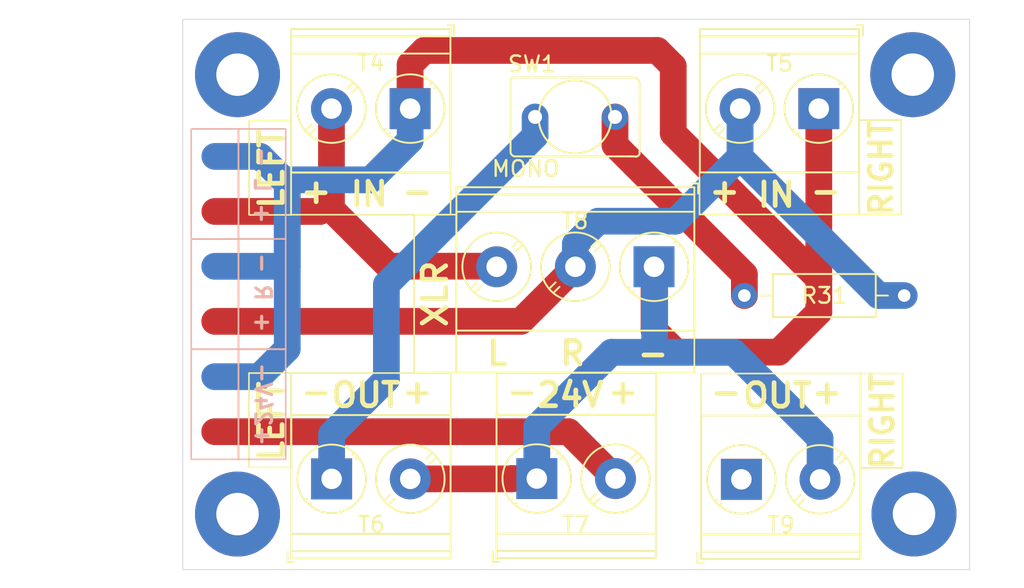
<source format=kicad_pcb>
(kicad_pcb (version 20240108) (generator "pcbnew") (generator_version "8.0")
  (layers (0 "F.Cu" signal) (31 "B.Cu" signal) (34 "B.Paste" user) (35 "F.Paste" user) (36 "B.SilkS" user "B.Silkscreen") (37 "F.SilkS" user "F.Silkscreen") (38 "B.Mask" user) (39 "F.Mask" user) (44 "Edge.Cuts" user))
  (net 0 "")
  (footprint "TerminalBlock_Phoenix:TerminalBlock_Phoenix_PT-1,5-2-5.0-H_1x02_P5.00mm_Horizontal" (layer "F.Cu") (at 72.82 86.34)
    (property "Reference" "T6" (at 2.53 2.9 0) (layer "F.SilkS"))
    (property "Value" "OUT_L_P5.00mm")
    (fp_line (start -2.8 4.66) (end -2.8 5.3) (stroke (width 0.12)) (layer "F.SilkS"))
    (fp_line (start -2.8 5.3) (end -2.4 5.3) (stroke (width 0.12)) (layer "F.SilkS"))
    (fp_line (start -2.56 -4.06) (end -2.56 5.06) (stroke (width 0.12)) (layer "F.SilkS"))
    (fp_line (start -2.56 -4.06) (end 7.56 -4.06) (stroke (width 0.12)) (layer "F.SilkS"))
    (fp_line (start -2.56 3.5) (end 7.56 3.5) (stroke (width 0.12)) (layer "F.SilkS"))
    (fp_line (start -2.56 4.6) (end 7.56 4.6) (stroke (width 0.12)) (layer "F.SilkS"))
    (fp_line (start -2.56 5.06) (end 7.56 5.06) (stroke (width 0.12)) (layer "F.SilkS"))
    (fp_line (start -1.548 1.281) (end -1.654 1.388) (stroke (width 0.12)) (layer "F.SilkS"))
    (fp_line (start -1.282 1.547) (end -1.388 1.654) (stroke (width 0.12)) (layer "F.SilkS"))
    (fp_line (start 1.388 -1.654) (end 1.281 -1.547) (stroke (width 0.12)) (layer "F.SilkS"))
    (fp_line (start 1.654 -1.388) (end 1.547 -1.281) (stroke (width 0.12)) (layer "F.SilkS"))
    (fp_line (start 3.742 0.992) (end 3.347 1.388) (stroke (width 0.12)) (layer "F.SilkS"))
    (fp_line (start 3.993 1.274) (end 3.613 1.654) (stroke (width 0.12)) (layer "F.SilkS"))
    (fp_line (start 6.388 -1.654) (end 6.008 -1.274) (stroke (width 0.12)) (layer "F.SilkS"))
    (fp_line (start 6.654 -1.388) (end 6.259 -0.992) (stroke (width 0.12)) (layer "F.SilkS"))
    (fp_line (start 7.56 -4.06) (end 7.56 5.06) (stroke (width 0.12)) (layer "F.SilkS"))
    (fp_circle (center 0 0) (end 2.18 0) (stroke (width 0.12)) (fill none) (layer "F.SilkS"))
    (fp_circle (center 5 0) (end 7.18 0) (stroke (width 0.12)) (fill none) (layer "F.SilkS"))
    (pad "1" thru_hole rect (at 0 0) (size 2.6 2.6) (drill 1.3) (layers "*.Cu" "*.Mask"))
    (pad "2" thru_hole circle (at 5 0) (size 2.6 2.6) (drill 1.3) (layers "*.Cu" "*.Mask"))
  )
  (footprint "TerminalBlock_Phoenix:TerminalBlock_Phoenix_PT-1,5-2-5.0-H_1x02_P5.00mm_Horizontal" (layer "F.Cu") (at 77.81 62.79 180)
    (property "Reference" "T4" (at 2.5 2.9 0) (layer "F.SilkS"))
    (property "Value" "IN_L_P5.00mm")
    (fp_line (start 7.56 -4.06) (end 7.56 5.06) (stroke (width 0.12)) (layer "F.SilkS"))
    (fp_line (start 6.654 -1.388) (end 6.259 -0.992) (stroke (width 0.12)) (layer "F.SilkS"))
    (fp_line (start 6.388 -1.654) (end 6.008 -1.274) (stroke (width 0.12)) (layer "F.SilkS"))
    (fp_line (start 3.993 1.274) (end 3.613 1.654) (stroke (width 0.12)) (layer "F.SilkS"))
    (fp_line (start 3.742 0.992) (end 3.347 1.388) (stroke (width 0.12)) (layer "F.SilkS"))
    (fp_line (start 1.654 -1.388) (end 1.547 -1.281) (stroke (width 0.12)) (layer "F.SilkS"))
    (fp_line (start 1.388 -1.654) (end 1.281 -1.547) (stroke (width 0.12)) (layer "F.SilkS"))
    (fp_line (start -1.282 1.547) (end -1.388 1.654) (stroke (width 0.12)) (layer "F.SilkS"))
    (fp_line (start -1.548 1.281) (end -1.654 1.388) (stroke (width 0.12)) (layer "F.SilkS"))
    (fp_line (start -2.56 5.06) (end 7.56 5.06) (stroke (width 0.12)) (layer "F.SilkS"))
    (fp_line (start -2.56 4.6) (end 7.56 4.6) (stroke (width 0.12)) (layer "F.SilkS"))
    (fp_line (start -2.56 3.5) (end 7.56 3.5) (stroke (width 0.12)) (layer "F.SilkS"))
    (fp_line (start -2.56 -4.06) (end 7.56 -4.06) (stroke (width 0.12)) (layer "F.SilkS"))
    (fp_line (start -2.56 -4.06) (end -2.56 5.06) (stroke (width 0.12)) (layer "F.SilkS"))
    (fp_line (start -2.8 5.3) (end -2.4 5.3) (stroke (width 0.12)) (layer "F.SilkS"))
    (fp_line (start -2.8 4.66) (end -2.8 5.3) (stroke (width 0.12)) (layer "F.SilkS"))
    (fp_circle (center 5 0) (end 7.18 0) (stroke (width 0.12)) (fill none) (layer "F.SilkS"))
    (fp_circle (center 0 0) (end 2.18 0) (stroke (width 0.12)) (fill none) (layer "F.SilkS"))
    (pad "1" thru_hole rect (at 0 0 180) (size 2.6 2.6) (drill 1.3) (layers "*.Cu" "*.Mask"))
    (pad "2" thru_hole circle (at 5 0 180) (size 2.6 2.6) (drill 1.3) (layers "*.Cu" "*.Mask"))
  )
  (footprint "MountingHole:MountingHole_2.7mm_Pad" (layer "F.Cu") (at 109.83 88.57)
    (property "Reference" "H4" (hide yes))
    (property "Value" "MountingHole_Pad")
    (pad "1" thru_hole circle (at 0 0) (size 5.4 5.4) (drill 2.7) (layers "*.Cu" "*.Mask"))
  )
  (footprint "PCM_4ms_Switch:Switch_Toggle_SPST_SubMini" (layer "F.Cu") (at 88.29 63.32 90)
    (property "Reference" "SW1" (at 2.78 -4.36 180) (layer "F.SilkS") (effects (justify left bottom)))
    (property "Value" "MONO" (at -3.88 -5.38 180) (layer "F.SilkS") (effects (justify left bottom)))
    (fp_line (start -2.146 -4.1) (end 2.346 -4.1) (stroke (width 0.127)) (layer "F.SilkS"))
    (fp_line (start 2.51 -3.846) (end 2.51 3.646) (stroke (width 0.127)) (layer "F.SilkS"))
    (fp_line (start -2.51 3.746) (end -2.51 -3.846) (stroke (width 0.127)) (layer "F.SilkS"))
    (fp_line (start 2.146 4.1) (end -2.346 4.1) (stroke (width 0.127)) (layer "F.SilkS"))
    (fp_arc (start 2.346 -4.1) (mid 2.480605 -4.006966) (end 2.51 -3.846) (stroke (width 0.127)) (layer "F.SilkS"))
    (fp_arc (start -2.51 -3.846) (mid -2.380625 -4.048417) (end -2.145999 -4.100001) (stroke (width 0.127)) (layer "F.SilkS"))
    (fp_arc (start 2.51 3.646) (mid 2.422026 3.948387) (end 2.146 4.1) (stroke (width 0.127)) (layer "F.SilkS"))
    (fp_arc (start -2.346 4.1) (mid -2.501345 3.956979) (end -2.51 3.746) (stroke (width 0.127)) (layer "F.SilkS"))
    (fp_circle (center 0 0) (end 2.32 0) (stroke (width 0.127)) (fill none) (layer "F.SilkS"))
    (pad "1" thru_hole circle (at 0 -2.54 90) (size 1.651 1.651) (drill 0.889) (layers "*.Cu" "*.Mask"))
    (pad "2" thru_hole circle (at 0 2.54 90) (size 1.651 1.651) (drill 0.889) (layers "*.Cu" "*.Mask"))
  )
  (footprint "TerminalBlock_Phoenix:TerminalBlock_Phoenix_PT-1,5-2-5.0-H_1x02_P5.00mm_Horizontal" (layer "F.Cu") (at 98.86 86.37)
    (property "Reference" "T9" (at 2.52 2.9 0) (layer "F.SilkS"))
    (property "Value" "OUT_R_P5.00mm")
    (fp_line (start -2.8 4.66) (end -2.8 5.3) (stroke (width 0.12)) (layer "F.SilkS"))
    (fp_line (start -2.8 5.3) (end -2.4 5.3) (stroke (width 0.12)) (layer "F.SilkS"))
    (fp_line (start -2.56 -4.06) (end -2.56 5.06) (stroke (width 0.12)) (layer "F.SilkS"))
    (fp_line (start -2.56 -4.06) (end 7.56 -4.06) (stroke (width 0.12)) (layer "F.SilkS"))
    (fp_line (start -2.56 3.5) (end 7.56 3.5) (stroke (width 0.12)) (layer "F.SilkS"))
    (fp_line (start -2.56 4.6) (end 7.56 4.6) (stroke (width 0.12)) (layer "F.SilkS"))
    (fp_line (start -2.56 5.06) (end 7.56 5.06) (stroke (width 0.12)) (layer "F.SilkS"))
    (fp_line (start -1.548 1.281) (end -1.654 1.388) (stroke (width 0.12)) (layer "F.SilkS"))
    (fp_line (start -1.282 1.547) (end -1.388 1.654) (stroke (width 0.12)) (layer "F.SilkS"))
    (fp_line (start 1.388 -1.654) (end 1.281 -1.547) (stroke (width 0.12)) (layer "F.SilkS"))
    (fp_line (start 1.654 -1.388) (end 1.547 -1.281) (stroke (width 0.12)) (layer "F.SilkS"))
    (fp_line (start 3.742 0.992) (end 3.347 1.388) (stroke (width 0.12)) (layer "F.SilkS"))
    (fp_line (start 3.993 1.274) (end 3.613 1.654) (stroke (width 0.12)) (layer "F.SilkS"))
    (fp_line (start 6.388 -1.654) (end 6.008 -1.274) (stroke (width 0.12)) (layer "F.SilkS"))
    (fp_line (start 6.654 -1.388) (end 6.259 -0.992) (stroke (width 0.12)) (layer "F.SilkS"))
    (fp_line (start 7.56 -4.06) (end 7.56 5.06) (stroke (width 0.12)) (layer "F.SilkS"))
    (fp_circle (center 0 0) (end 2.18 0) (stroke (width 0.12)) (fill none) (layer "F.SilkS"))
    (fp_circle (center 5 0) (end 7.18 0) (stroke (width 0.12)) (fill none) (layer "F.SilkS"))
    (pad "1" thru_hole rect (at 0 0) (size 2.6 2.6) (drill 1.3) (layers "*.Cu" "*.Mask"))
    (pad "2" thru_hole circle (at 5 0) (size 2.6 2.6) (drill 1.3) (layers "*.Cu" "*.Mask"))
  )
  (footprint "TerminalBlock_Phoenix:TerminalBlock_Phoenix_PT-1,5-2-5.0-H_1x02_P5.00mm_Horizontal" (layer "F.Cu") (at 103.78 62.79 180)
    (property "Reference" "T5" (at 2.5 2.87 0) (layer "F.SilkS"))
    (property "Value" "IN_R_P5.00mm")
    (fp_line (start 7.56 -4.06) (end 7.56 5.06) (stroke (width 0.12)) (layer "F.SilkS"))
    (fp_line (start 6.654 -1.388) (end 6.259 -0.992) (stroke (width 0.12)) (layer "F.SilkS"))
    (fp_line (start 6.388 -1.654) (end 6.008 -1.274) (stroke (width 0.12)) (layer "F.SilkS"))
    (fp_line (start 3.993 1.274) (end 3.613 1.654) (stroke (width 0.12)) (layer "F.SilkS"))
    (fp_line (start 3.742 0.992) (end 3.347 1.388) (stroke (width 0.12)) (layer "F.SilkS"))
    (fp_line (start 1.654 -1.388) (end 1.547 -1.281) (stroke (width 0.12)) (layer "F.SilkS"))
    (fp_line (start 1.388 -1.654) (end 1.281 -1.547) (stroke (width 0.12)) (layer "F.SilkS"))
    (fp_line (start -1.282 1.547) (end -1.388 1.654) (stroke (width 0.12)) (layer "F.SilkS"))
    (fp_line (start -1.548 1.281) (end -1.654 1.388) (stroke (width 0.12)) (layer "F.SilkS"))
    (fp_line (start -2.56 5.06) (end 7.56 5.06) (stroke (width 0.12)) (layer "F.SilkS"))
    (fp_line (start -2.56 4.6) (end 7.56 4.6) (stroke (width 0.12)) (layer "F.SilkS"))
    (fp_line (start -2.56 3.5) (end 7.56 3.5) (stroke (width 0.12)) (layer "F.SilkS"))
    (fp_line (start -2.56 -4.06) (end 7.56 -4.06) (stroke (width 0.12)) (layer "F.SilkS"))
    (fp_line (start -2.56 -4.06) (end -2.56 5.06) (stroke (width 0.12)) (layer "F.SilkS"))
    (fp_line (start -2.8 5.3) (end -2.4 5.3) (stroke (width 0.12)) (layer "F.SilkS"))
    (fp_line (start -2.8 4.66) (end -2.8 5.3) (stroke (width 0.12)) (layer "F.SilkS"))
    (fp_circle (center 5 0) (end 7.18 0) (stroke (width 0.12)) (fill none) (layer "F.SilkS"))
    (fp_circle (center 0 0) (end 2.18 0) (stroke (width 0.12)) (fill none) (layer "F.SilkS"))
    (pad "1" thru_hole rect (at 0 0 180) (size 2.6 2.6) (drill 1.3) (layers "*.Cu" "*.Mask"))
    (pad "2" thru_hole circle (at 5 0 180) (size 2.6 2.6) (drill 1.3) (layers "*.Cu" "*.Mask"))
  )
  (footprint "TerminalBlock_Phoenix:TerminalBlock_Phoenix_PT-1,5-3-5.0-H_1x03_P5.00mm_Horizontal" (layer "F.Cu") (at 93.31 72.85 180)
    (property "Reference" "T8" (at 5.03 2.91 0) (layer "F.SilkS"))
    (property "Value" "XLR_IN_P5.00mm")
    (fp_line (start 12.56 -4.06) (end 12.56 5.06) (stroke (width 0.12)) (layer "F.SilkS"))
    (fp_line (start 11.654 -1.388) (end 11.259 -0.992) (stroke (width 0.12)) (layer "F.SilkS"))
    (fp_line (start 11.388 -1.654) (end 11.008 -1.274) (stroke (width 0.12)) (layer "F.SilkS"))
    (fp_line (start 8.993 1.274) (end 8.613 1.654) (stroke (width 0.12)) (layer "F.SilkS"))
    (fp_line (start 8.742 0.992) (end 8.347 1.388) (stroke (width 0.12)) (layer "F.SilkS"))
    (fp_line (start 6.654 -1.388) (end 6.259 -0.992) (stroke (width 0.12)) (layer "F.SilkS"))
    (fp_line (start 6.388 -1.654) (end 6.008 -1.274) (stroke (width 0.12)) (layer "F.SilkS"))
    (fp_line (start 3.993 1.274) (end 3.613 1.654) (stroke (width 0.12)) (layer "F.SilkS"))
    (fp_line (start 3.742 0.992) (end 3.347 1.388) (stroke (width 0.12)) (layer "F.SilkS"))
    (fp_line (start 1.654 -1.388) (end 1.547 -1.281) (stroke (width 0.12)) (layer "F.SilkS"))
    (fp_line (start 1.388 -1.654) (end 1.281 -1.547) (stroke (width 0.12)) (layer "F.SilkS"))
    (fp_line (start -1.282 1.547) (end -1.388 1.654) (stroke (width 0.12)) (layer "F.SilkS"))
    (fp_line (start -1.548 1.281) (end -1.654 1.388) (stroke (width 0.12)) (layer "F.SilkS"))
    (fp_line (start -2.56 5.06) (end 12.56 5.06) (stroke (width 0.12)) (layer "F.SilkS"))
    (fp_line (start -2.56 4.6) (end 12.56 4.6) (stroke (width 0.12)) (layer "F.SilkS"))
    (fp_line (start -2.56 3.5) (end 12.56 3.5) (stroke (width 0.12)) (layer "F.SilkS"))
    (fp_line (start -2.56 -4.06) (end 12.56 -4.06) (stroke (width 0.12)) (layer "F.SilkS"))
    (fp_line (start -2.56 -4.06) (end -2.56 5.06) (stroke (width 0.12)) (layer "F.SilkS"))
    (fp_line (start -2.8 5.3) (end -2.4 5.3) (stroke (width 0.12)) (layer "F.SilkS"))
    (fp_line (start -2.8 4.66) (end -2.8 5.3) (stroke (width 0.12)) (layer "F.SilkS"))
    (fp_circle (center 10 0) (end 12.18 0) (stroke (width 0.12)) (fill none) (layer "F.SilkS"))
    (fp_circle (center 5 0) (end 7.18 0) (stroke (width 0.12)) (fill none) (layer "F.SilkS"))
    (fp_circle (center 0 0) (end 2.18 0) (stroke (width 0.12)) (fill none) (layer "F.SilkS"))
    (pad "1" thru_hole rect (at 0 0 180) (size 2.6 2.6) (drill 1.3) (layers "*.Cu" "*.Mask"))
    (pad "2" thru_hole circle (at 5 0 180) (size 2.6 2.6) (drill 1.3) (layers "*.Cu" "*.Mask"))
    (pad "3" thru_hole circle (at 10 0 180) (size 2.6 2.6) (drill 1.3) (layers "*.Cu" "*.Mask"))
  )
  (footprint "TerminalBlock_Phoenix:TerminalBlock_Phoenix_PT-1,5-2-5.0-H_1x02_P5.00mm_Horizontal" (layer "F.Cu") (at 85.86 86.32)
    (property "Reference" "T7" (at 2.49 2.91 0) (layer "F.SilkS"))
    (property "Value" "IN+24V_P5.00mm")
    (fp_line (start -2.8 4.66) (end -2.8 5.3) (stroke (width 0.12)) (layer "F.SilkS"))
    (fp_line (start -2.8 5.3) (end -2.4 5.3) (stroke (width 0.12)) (layer "F.SilkS"))
    (fp_line (start -2.56 -4.06) (end -2.56 5.06) (stroke (width 0.12)) (layer "F.SilkS"))
    (fp_line (start -2.56 -4.06) (end 7.56 -4.06) (stroke (width 0.12)) (layer "F.SilkS"))
    (fp_line (start -2.56 3.5) (end 7.56 3.5) (stroke (width 0.12)) (layer "F.SilkS"))
    (fp_line (start -2.56 4.6) (end 7.56 4.6) (stroke (width 0.12)) (layer "F.SilkS"))
    (fp_line (start -2.56 5.06) (end 7.56 5.06) (stroke (width 0.12)) (layer "F.SilkS"))
    (fp_line (start -1.548 1.281) (end -1.654 1.388) (stroke (width 0.12)) (layer "F.SilkS"))
    (fp_line (start -1.282 1.547) (end -1.388 1.654) (stroke (width 0.12)) (layer "F.SilkS"))
    (fp_line (start 1.388 -1.654) (end 1.281 -1.547) (stroke (width 0.12)) (layer "F.SilkS"))
    (fp_line (start 1.654 -1.388) (end 1.547 -1.281) (stroke (width 0.12)) (layer "F.SilkS"))
    (fp_line (start 3.742 0.992) (end 3.347 1.388) (stroke (width 0.12)) (layer "F.SilkS"))
    (fp_line (start 3.993 1.274) (end 3.613 1.654) (stroke (width 0.12)) (layer "F.SilkS"))
    (fp_line (start 6.388 -1.654) (end 6.008 -1.274) (stroke (width 0.12)) (layer "F.SilkS"))
    (fp_line (start 6.654 -1.388) (end 6.259 -0.992) (stroke (width 0.12)) (layer "F.SilkS"))
    (fp_line (start 7.56 -4.06) (end 7.56 5.06) (stroke (width 0.12)) (layer "F.SilkS"))
    (fp_circle (center 0 0) (end 2.18 0) (stroke (width 0.12)) (fill none) (layer "F.SilkS"))
    (fp_circle (center 5 0) (end 7.18 0) (stroke (width 0.12)) (fill none) (layer "F.SilkS"))
    (pad "1" thru_hole rect (at 0 0) (size 2.6 2.6) (drill 1.3) (layers "*.Cu" "*.Mask"))
    (pad "2" thru_hole circle (at 5 0) (size 2.6 2.6) (drill 1.3) (layers "*.Cu" "*.Mask"))
  )
  (footprint "Resistor_THT:R_Axial_DIN0207_L6.3mm_D2.5mm_P10.16mm_Horizontal" (layer "F.Cu") (at 99.05 74.68)
    (property "Reference" "R31" (at 5.08 0 0) (layer "F.SilkS"))
    (property "Value" "39k")
    (fp_line (start 1.04 0) (end 1.81 0) (stroke (width 0.12)) (layer "F.SilkS"))
    (fp_line (start 1.81 -1.37) (end 1.81 1.37) (stroke (width 0.12)) (layer "F.SilkS"))
    (fp_line (start 1.81 1.37) (end 8.35 1.37) (stroke (width 0.12)) (layer "F.SilkS"))
    (fp_line (start 8.35 -1.37) (end 1.81 -1.37) (stroke (width 0.12)) (layer "F.SilkS"))
    (fp_line (start 8.35 1.37) (end 8.35 -1.37) (stroke (width 0.12)) (layer "F.SilkS"))
    (fp_line (start 9.12 0) (end 8.35 0) (stroke (width 0.12)) (layer "F.SilkS"))
    (pad "1" thru_hole circle (at 0 0) (size 1.6 1.6) (drill 0.8) (layers "*.Cu" "*.Mask"))
    (pad "2" thru_hole oval (at 10.16 0) (size 1.6 1.6) (drill 0.8) (layers "*.Cu" "*.Mask"))
  )
  (footprint "MountingHole:MountingHole_2.7mm_Pad" (layer "F.Cu") (at 66.84 60.63)
    (property "Reference" "H1" (hide yes))
    (property "Value" "MountingHole_Pad")
    (pad "1" thru_hole circle (at 0 0) (size 5.4 5.4) (drill 2.7) (layers "*.Cu" "*.Mask"))
  )
  (footprint "MountingHole:MountingHole_2.7mm_Pad" (layer "F.Cu") (at 66.84 88.58)
    (property "Reference" "H3" (hide yes))
    (property "Value" "MountingHole_Pad")
    (pad "1" thru_hole circle (at 0 0) (size 5.4 5.4) (drill 2.7) (layers "*.Cu" "*.Mask"))
  )
  (footprint "MountingHole:MountingHole_2.7mm_Pad" (layer "F.Cu") (at 109.75 60.63)
    (property "Reference" "H2" (hide yes))
    (property "Value" "MountingHole_Pad")
    (pad "1" thru_hole circle (at 0 0) (size 5.4 5.4) (drill 2.7) (layers "*.Cu" "*.Mask"))
  )
  (gr_rect (start 66.9 71.08) (end 69.9 78.08) (stroke (width 0.1)) (fill none) (layer "B.SilkS"))
  (gr_rect (start 66.9 78.1) (end 69.9 85.1) (stroke (width 0.1)) (fill none) (layer "B.SilkS"))
  (gr_rect (start 63.9 78.1) (end 66.9 85.1) (stroke (width 0.1)) (fill none) (layer "B.SilkS"))
  (gr_rect (start 66.9 64.08) (end 69.9 71.08) (stroke (width 0.1)) (fill none) (layer "B.SilkS"))
  (gr_rect (start 63.9 71.09) (end 66.9 78.09) (stroke (width 0.1)) (fill none) (layer "B.SilkS"))
  (gr_rect (start 63.9 64.08) (end 66.9 71.08) (stroke (width 0.1)) (fill none) (layer "B.SilkS"))
  (gr_rect (start 67.575 63.55) (end 70.245 69.55) (stroke (width 0.1)) (fill none) (layer "F.SilkS"))
  (gr_rect (start 80.74 76.9) (end 95.87 79.57) (stroke (width 0.1)) (fill none) (layer "F.SilkS"))
  (gr_rect (start 96.2 66.85) (end 106.34 69.52) (stroke (width 0.1)) (fill none) (layer "F.SilkS"))
  (gr_rect (start 70.24 66.87) (end 80.38 69.54) (stroke (width 0.1)) (fill none) (layer "F.SilkS"))
  (gr_rect (start 83.31 79.605) (end 93.45 82.275) (stroke (width 0.1)) (fill none) (layer "F.SilkS"))
  (gr_rect (start 106.35 63.52) (end 109.02 69.52) (stroke (width 0.1)) (fill none) (layer "F.SilkS"))
  (gr_rect (start 67.565 79.61) (end 70.235 85.61) (stroke (width 0.1)) (fill none) (layer "F.SilkS"))
  (gr_rect (start 78.065 69.53) (end 80.735 79.57) (stroke (width 0.1)) (fill none) (layer "F.SilkS"))
  (gr_rect (start 106.435 79.64) (end 109.105 85.64) (stroke (width 0.1)) (fill none) (layer "F.SilkS"))
  (gr_rect (start 96.29 79.64) (end 106.43 82.31) (stroke (width 0.1)) (fill none) (layer "F.SilkS"))
  (gr_rect (start 70.25 79.61) (end 80.39 82.28) (stroke (width 0.1)) (fill none) (layer "F.SilkS"))
  (gr_rect (start 63.36 57.11) (end 113.36 92.11) (stroke (width 0.05)) (fill none) (layer "Edge.Cuts"))
  (gr_text "+24V-" (at 67.87 84.35 -90) (layer "B.SilkS") (effects (font (size 1 1) (thickness 0.2) (bold yes)) (justify left bottom mirror)))
  (gr_text "+ R -" (at 67.86 77.13 -90) (layer "B.SilkS") (effects (font (size 1 1) (thickness 0.2) (bold yes)) (justify left bottom mirror)))
  (gr_text "+ L -" (at 67.84 70.21 -90) (layer "B.SilkS") (effects (font (size 1 1) (thickness 0.2) (bold yes)) (justify left bottom mirror)))
  (gr_text "XLR" (at 80.27 76.84 90) (layer "F.SilkS") (effects (font (size 1.5 1.5) (thickness 0.3) (bold yes)) (justify left bottom)))
  (gr_text "IN" (at 73.87 69.11 0) (layer "F.SilkS") (effects (font (size 1.5 1.5) (thickness 0.3) (bold yes)) (justify left bottom)))
  (gr_text "RIGHT" (at 108.65 85.89 90) (layer "F.SilkS") (effects (font (size 1.4 1.4) (thickness 0.3) (bold yes)) (justify left bottom)))
  (gr_text "+    -" (at 96.67 68.89 0) (layer "F.SilkS") (effects (font (size 1.5 1.5) (thickness 0.3) (bold yes)) (justify left bottom)))
  (gr_text "-    +" (at 70.72 81.65 0) (layer "F.SilkS") (effects (font (size 1.5 1.5) (thickness 0.3) (bold yes)) (justify left bottom)))
  (gr_text "+    -" (at 70.71 68.91 0) (layer "F.SilkS") (effects (font (size 1.5 1.5) (thickness 0.3) (bold yes)) (justify left bottom)))
  (gr_text "RIGHT" (at 108.565 69.77 90) (layer "F.SilkS") (effects (font (size 1.4 1.4) (thickness 0.3) (bold yes)) (justify left bottom)))
  (gr_text "OUT" (at 72.65 81.89 0) (layer "F.SilkS") (effects (font (size 1.5 1.5) (thickness 0.3) (bold yes)) (justify left bottom)))
  (gr_text "-    +" (at 83.78 81.645 0) (layer "F.SilkS") (effects (font (size 1.5 1.5) (thickness 0.3) (bold yes)) (justify left bottom)))
  (gr_text "LEFT" (at 69.87 85.37 90) (layer "F.SilkS") (effects (font (size 1.5 1.5) (thickness 0.3) (bold yes)) (justify left bottom)))
  (gr_text " L   R   -" (at 81.4 79.23 0) (layer "F.SilkS") (effects (font (size 1.5 1.5) (thickness 0.3) (bold yes)) (justify left bottom)))
  (gr_text "24V" (at 85.71 81.885 0) (layer "F.SilkS") (effects (font (size 1.5 1.5) (thickness 0.3) (bold yes)) (justify left bottom)))
  (gr_text "-    +" (at 96.76 81.68 0) (layer "F.SilkS") (effects (font (size 1.5 1.5) (thickness 0.3) (bold yes)) (justify left bottom)))
  (gr_text "OUT" (at 98.81 81.92 0) (layer "F.SilkS") (effects (font (size 1.5 1.5) (thickness 0.3) (bold yes)) (justify left bottom)))
  (gr_text "IN" (at 99.74 69.15 0) (layer "F.SilkS") (effects (font (size 1.5 1.5) (thickness 0.3) (bold yes)) (justify left bottom)))
  (gr_text "LEFT" (at 69.88 69.31 90) (layer "F.SilkS") (effects (font (size 1.5 1.5) (thickness 0.3) (bold yes)) (justify left bottom)))
  (segment (start 101.23 78.28) (end 94.71 78.28) (width 1.7) (layer "F.Cu") (net 0))
  (segment (start 84.2383 86.34) (end 84.2583 86.32) (width 1.7) (layer "F.Cu") (net 0))
  (segment (start 77.82 86.34) (end 84.2383 86.34) (width 1.7) (layer "F.Cu") (net 0))
  (segment (start 83.27 72.81) (end 83.31 72.85) (width 1.7) (layer "F.Cu") (net 0))
  (segment (start 72.81 69.19) (end 76.43 72.81) (width 1.7) (layer "F.Cu") (net 0))
  (segment (start 103.78 75.73) (end 101.23 78.28) (width 1.7) (layer "F.Cu") (net 0))
  (segment (start 85.86 86.32) (end 84.2583 86.32) (width 1.7) (layer "F.Cu") (net 0))
  (segment (start 103.78 62.79) (end 103.78 75.73) (width 1.7) (layer "F.Cu") (net 0))
  (segment (start 90.86 86.32) (end 87.88 83.34) (width 1.7) (layer "F.Cu") (net 0))
  (segment (start 90.83 65.11) (end 90.83 63.32) (width 1.7) (layer "F.Cu") (net 0))
  (segment (start 72.22 69.19) (end 72.08 69.33) (width 1.7) (layer "F.Cu") (net 0))
  (segment (start 88.31 72.85) (end 84.84 76.32) (width 1.7) (layer "F.Cu") (net 0))
  (segment (start 94.53 60.1) (end 94.53 64.36) (width 1.7) (layer "F.Cu") (net 0))
  (segment (start 76.43 72.81) (end 83.27 72.81) (width 1.7) (layer "F.Cu") (net 0))
  (segment (start 103.78 73.61) (end 103.78 73.62) (width 1.7) (layer "F.Cu") (net 0))
  (segment (start 99.05 74.68) (end 99.05 73.33) (width 1.7) (layer "F.Cu") (net 0))
  (segment (start 72.08 69.33) (end 65.4 69.33) (width 1.7) (layer "F.Cu") (net 0))
  (segment (start 77.81 62.79) (end 77.81 60.39) (width 1.7) (layer "F.Cu") (net 0))
  (segment (start 94.53 64.36) (end 103.78 73.61) (width 1.7) (layer "F.Cu") (net 0))
  (segment (start 99.05 73.33) (end 90.83 65.11) (width 1.7) (layer "F.Cu") (net 0))
  (segment (start 77.81 59.99) (end 78.71 59.09) (width 1.7) (layer "F.Cu") (net 0))
  (segment (start 84.84 76.32) (end 65.39 76.32) (width 1.7) (layer "F.Cu") (net 0))
  (segment (start 78.71 59.09) (end 93.52 59.09) (width 1.7) (layer "F.Cu") (net 0))
  (segment (start 87.88 83.34) (end 65.39 83.34) (width 1.7) (layer "F.Cu") (net 0))
  (segment (start 93.31 76.88) (end 93.31 72.85) (width 1.7) (layer "F.Cu") (net 0))
  (segment (start 94.71 78.28) (end 93.31 76.88) (width 1.7) (layer "F.Cu") (net 0))
  (segment (start 72.81 62.79) (end 72.81 69.19) (width 1.7) (layer "F.Cu") (net 0))
  (segment (start 77.81 62.79) (end 77.81 59.99) (width 1.7) (layer "F.Cu") (net 0))
  (segment (start 93.52 59.09) (end 94.53 60.1) (width 1.7) (layer "F.Cu") (net 0))
  (segment (start 72.81 69.19) (end 72.22 69.19) (width 1.7) (layer "F.Cu") (net 0))
  (segment (start 68.28 65.83) (end 65.4 65.83) (width 1.7) (layer "B.Cu") (net 0))
  (segment (start 70 67.55) (end 70 69.95) (width 1.7) (layer "B.Cu") (net 0))
  (segment (start 70 78.07) (end 68.23 79.84) (width 1.7) (layer "B.Cu") (net 0))
  (segment (start 93.31 72.85) (end 93.35 72.89) (width 1.7) (layer "B.Cu") (net 0))
  (segment (start 77.81 62.79) (end 77.81 64.81) (width 1.7) (layer "B.Cu") (net 0))
  (segment (start 72.82 83.49) (end 72.82 86.34) (width 1.7) (layer "B.Cu") (net 0))
  (segment (start 93.35 72.89) (end 93.35 78.29) (width 1.7) (layer "B.Cu") (net 0))
  (segment (start 85.75 63.32) (end 85.75 64.53) (width 1.7) (layer "B.Cu") (net 0))
  (segment (start 98.78 65.88) (end 98.78 62.79) (width 1.7) (layer "B.Cu") (net 0))
  (segment (start 98.38 78.29) (end 93.4691 78.29) (width 1.7) (layer "B.Cu") (net 0))
  (segment (start 76.3 80.01) (end 72.82 83.49) (width 1.7) (layer "B.Cu") (net 0))
  (segment (start 70 69.95) (end 70 78.07) (width 1.7) (layer "B.Cu") (net 0))
  (segment (start 85.75 64.53) (end 76.3 73.98) (width 1.7) (layer "B.Cu") (net 0))
  (segment (start 70 72.84) (end 69.98 72.82) (width 1.7) (layer "B.Cu") (net 0))
  (segment (start 103.86 86.37) (end 103.86 83.77) (width 1.7) (layer "B.Cu") (net 0))
  (segment (start 76.3 73.98) (end 76.3 80.01) (width 1.7) (layer "B.Cu") (net 0))
  (segment (start 77.81 64.81) (end 75.3 67.32) (width 1.7) (layer "B.Cu") (net 0))
  (segment (start 89.76 69.95) (end 88.31 71.4) (width 1.7) (layer "B.Cu") (net 0))
  (segment (start 94.67 69.95) (end 89.76 69.95) (width 1.7) (layer "B.Cu") (net 0))
  (segment (start 98.78 62.79) (end 98.78 65.84) (width 1.7) (layer "B.Cu") (net 0))
  (segment (start 90.6 78.29) (end 85.86 83.03) (width 1.7) (layer "B.Cu") (net 0))
  (segment (start 88.31 71.4) (end 88.31 72.85) (width 1.7) (layer "B.Cu") (net 0))
  (segment (start 69.77 67.32) (end 70 67.55) (width 1.7) (layer "B.Cu") (net 0))
  (segment (start 69.98 72.82) (end 65.39 72.82) (width 1.7) (layer "B.Cu") (net 0))
  (segment (start 93.35 78.29) (end 90.6 78.29) (width 1.7) (layer "B.Cu") (net 0))
  (segment (start 109.21 74.68) (end 107.58 74.68) (width 1.7) (layer "B.Cu") (net 0))
  (segment (start 68.23 79.84) (end 65.39 79.84) (width 1.7) (layer "B.Cu") (net 0))
  (segment (start 85.86 83.03) (end 85.86 86.32) (width 1.7) (layer "B.Cu") (net 0))
  (segment (start 98.78 65.84) (end 94.67 69.95) (width 1.7) (layer "B.Cu") (net 0))
  (segment (start 107.58 74.68) (end 98.78 65.88) (width 1.7) (layer "B.Cu") (net 0))
  (segment (start 75.3 67.32) (end 69.77 67.32) (width 1.7) (layer "B.Cu") (net 0))
  (segment (start 69.77 67.32) (end 68.28 65.83) (width 1.7) (layer "B.Cu") (net 0))
  (segment (start 70 69.95) (end 70 72.84) (width 1.7) (layer "B.Cu") (net 0))
  (segment (start 103.86 83.77) (end 98.38 78.29) (width 1.7) (layer "B.Cu") (net 0))
)
</source>
